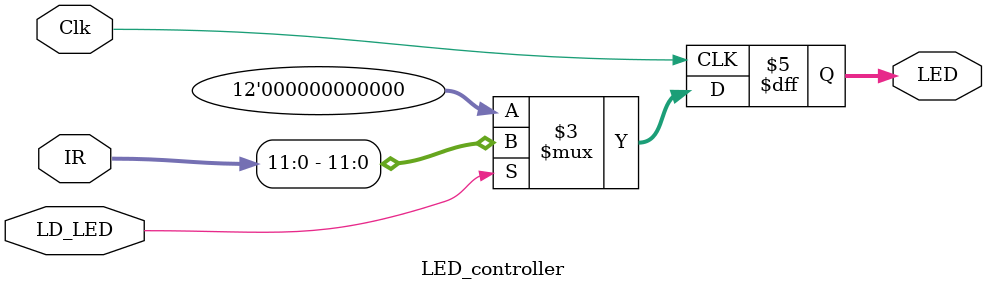
<source format=sv>
module LED_controller(input logic Clk, input logic[15:0] IR, input logic LD_LED, output logic[11:0] LED);
	// put IR[11:0] on led whenever ld_led is 1; else clear led
	always_ff @ (posedge Clk)
	begin
		if (LD_LED)
			LED <= IR[11:0];
		else
			LED <= 12'b0;
	end

endmodule
</source>
